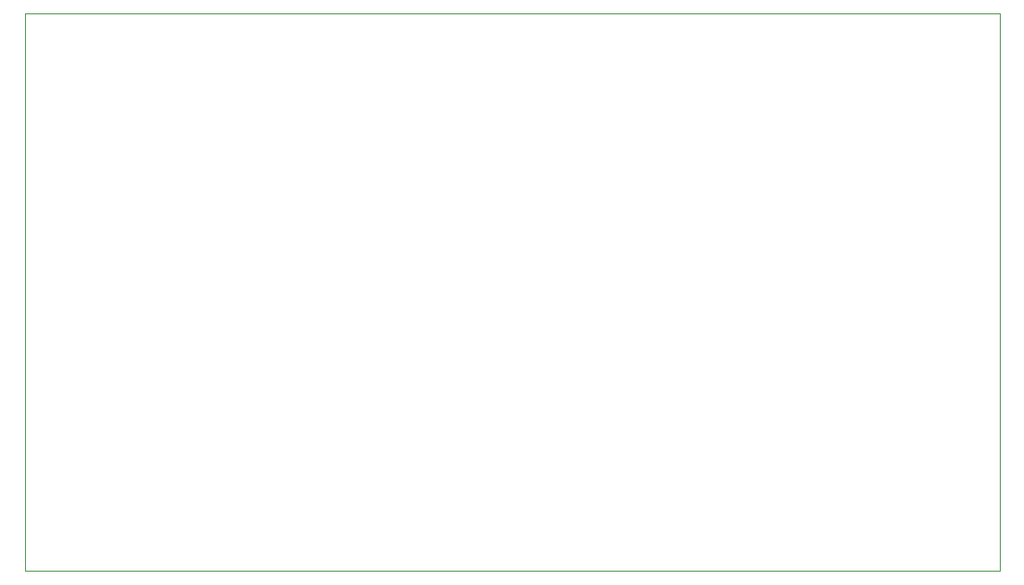
<source format=gbr>
%TF.GenerationSoftware,KiCad,Pcbnew,9.0.0*%
%TF.CreationDate,2025-03-18T16:51:24-04:00*%
%TF.ProjectId,PicoLVDS,5069636f-4c56-4445-932e-6b696361645f,3*%
%TF.SameCoordinates,Original*%
%TF.FileFunction,Profile,NP*%
%FSLAX46Y46*%
G04 Gerber Fmt 4.6, Leading zero omitted, Abs format (unit mm)*
G04 Created by KiCad (PCBNEW 9.0.0) date 2025-03-18 16:51:24*
%MOMM*%
%LPD*%
G01*
G04 APERTURE LIST*
%TA.AperFunction,Profile*%
%ADD10C,0.050000*%
%TD*%
G04 APERTURE END LIST*
D10*
X30000000Y-37200000D02*
X122290000Y-37200000D01*
X122290000Y-90000000D01*
X30000000Y-90000000D01*
X30000000Y-37200000D01*
M02*

</source>
